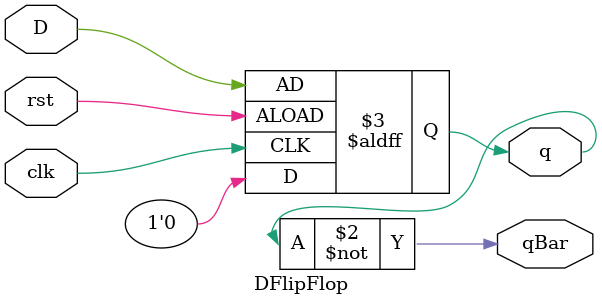
<source format=v>
module DFlipFlop(q, qBar, D, clk, rst);
	input D, clk, rst;
	output q, qBar;
	reg q;
	not n1 (qBar, q);
		always@ (negedge rst or posedge clk)
		begin
			if(rst)
				q = 0;
			else
				q = D;
		end
endmodule
</source>
